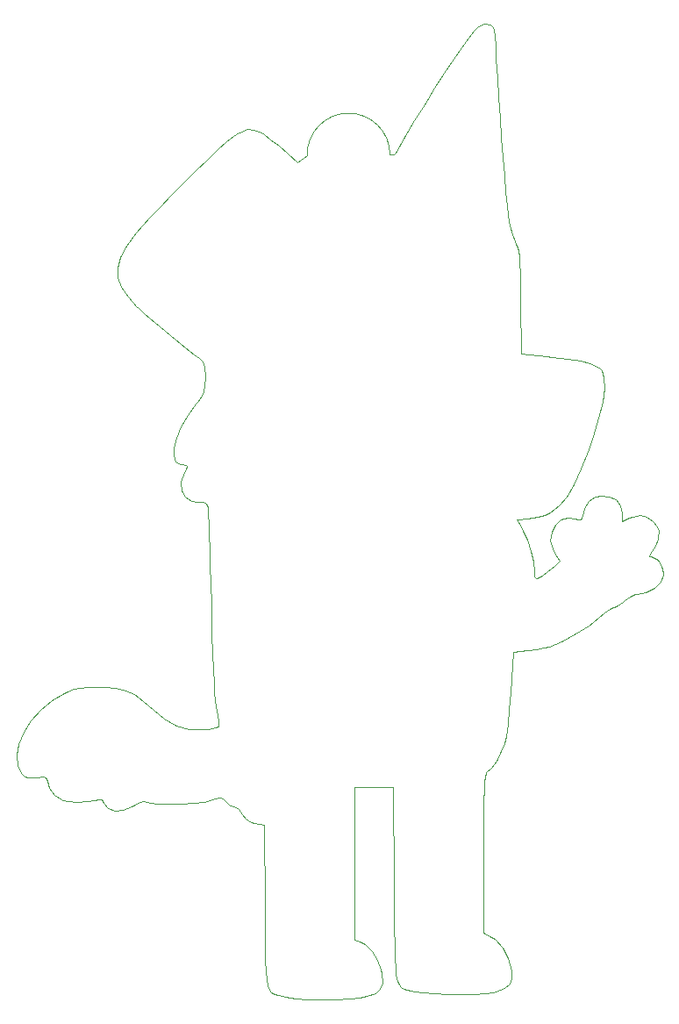
<source format=gbr>
%TF.GenerationSoftware,KiCad,Pcbnew,5.1.6-c6e7f7d~87~ubuntu20.04.1*%
%TF.CreationDate,2020-08-29T22:02:19+08:00*%
%TF.ProjectId,Bluey_Board,426c7565-795f-4426-9f61-72642e6b6963,rev?*%
%TF.SameCoordinates,Original*%
%TF.FileFunction,Profile,NP*%
%FSLAX46Y46*%
G04 Gerber Fmt 4.6, Leading zero omitted, Abs format (unit mm)*
G04 Created by KiCad (PCBNEW 5.1.6-c6e7f7d~87~ubuntu20.04.1) date 2020-08-29 22:02:19*
%MOMM*%
%LPD*%
G01*
G04 APERTURE LIST*
%TA.AperFunction,Profile*%
%ADD10C,0.010000*%
%TD*%
G04 APERTURE END LIST*
D10*
X2550000Y35400000D02*
X2200000Y35400000D01*
X2730069Y35629155D02*
X2550000Y35400000D01*
X-5800000Y35300000D02*
X-6733876Y34653732D01*
X-5798806Y35302271D02*
G75*
G02*
X2200000Y35400000I3998806J97729D01*
G01*
X-33874220Y-22530080D02*
X-33777700Y-23500760D01*
X-33777700Y-23500760D02*
X-33408065Y-24232594D01*
X-33408065Y-24232594D02*
X-33086504Y-24582740D01*
X-33086504Y-24582740D02*
X-32748465Y-24730279D01*
X-32748465Y-24730279D02*
X-32227862Y-24726982D01*
X-32227862Y-24726982D02*
X-31926398Y-24694445D01*
X-31926398Y-24694445D02*
X-31314548Y-24637269D01*
X-31314548Y-24637269D02*
X-31012695Y-24682125D01*
X-31012695Y-24682125D02*
X-30912190Y-24868251D01*
X-30912190Y-24868251D02*
X-30903333Y-25063927D01*
X-30903333Y-25063927D02*
X-30716476Y-25716641D01*
X-30716476Y-25716641D02*
X-30226592Y-26348279D01*
X-30226592Y-26348279D02*
X-29539717Y-26828766D01*
X-29539717Y-26828766D02*
X-29421476Y-26881746D01*
X-29421476Y-26881746D02*
X-28813332Y-27011951D01*
X-28813332Y-27011951D02*
X-27968629Y-27048752D01*
X-27968629Y-27048752D02*
X-27062428Y-26997641D01*
X-27062428Y-26997641D02*
X-26269788Y-26864110D01*
X-26269788Y-26864110D02*
X-25985025Y-26773944D01*
X-25985025Y-26773944D02*
X-25660739Y-26776332D01*
X-25660739Y-26776332D02*
X-25422880Y-27139638D01*
X-25422880Y-27139638D02*
X-25410429Y-27171738D01*
X-25410429Y-27171738D02*
X-25020583Y-27670476D01*
X-25020583Y-27670476D02*
X-24391898Y-27897106D01*
X-24391898Y-27897106D02*
X-23613115Y-27847664D01*
X-23613115Y-27847664D02*
X-22772976Y-27518187D01*
X-22772976Y-27518187D02*
X-22436066Y-27304572D01*
X-22436066Y-27304572D02*
X-22011247Y-27065356D01*
X-22011247Y-27065356D02*
X-21567908Y-27015819D01*
X-21567908Y-27015819D02*
X-20941489Y-27126300D01*
X-20941489Y-27126300D02*
X-20161903Y-27229407D01*
X-20161903Y-27229407D02*
X-19118542Y-27263996D01*
X-19118542Y-27263996D02*
X-17945364Y-27236722D01*
X-17945364Y-27236722D02*
X-16776324Y-27154239D01*
X-16776324Y-27154239D02*
X-15745380Y-27023200D01*
X-15745380Y-27023200D02*
X-14986488Y-26850260D01*
X-14986488Y-26850260D02*
X-14920674Y-26827233D01*
X-14920674Y-26827233D02*
X-14376728Y-26645366D01*
X-14376728Y-26645366D02*
X-14064502Y-26644603D01*
X-14064502Y-26644603D02*
X-13822322Y-26849674D01*
X-13822322Y-26849674D02*
X-13693709Y-27014915D01*
X-13693709Y-27014915D02*
X-13267402Y-27383557D01*
X-13267402Y-27383557D02*
X-12848869Y-27521247D01*
X-12848869Y-27521247D02*
X-12391128Y-27718048D01*
X-12391128Y-27718048D02*
X-12065000Y-28209164D01*
X-12065000Y-28209164D02*
X-11742147Y-28700885D01*
X-11742147Y-28700885D02*
X-11255097Y-28981598D01*
X-11255097Y-28981598D02*
X-10855251Y-29090372D01*
X-10855251Y-29090372D02*
X-9963002Y-29288245D01*
X-9963002Y-29288245D02*
X-9902751Y-37073449D01*
X-9902751Y-37073449D02*
X-9887826Y-39172445D01*
X-9887826Y-39172445D02*
X-9872532Y-40888655D01*
X-9872532Y-40888655D02*
X-9847601Y-42262532D01*
X-9847601Y-42262532D02*
X-9803768Y-43334528D01*
X-9803768Y-43334528D02*
X-9731765Y-44145098D01*
X-9731765Y-44145098D02*
X-9622323Y-44734694D01*
X-9622323Y-44734694D02*
X-9466178Y-45143770D01*
X-9466178Y-45143770D02*
X-9254060Y-45412778D01*
X-9254060Y-45412778D02*
X-8976703Y-45582172D01*
X-8976703Y-45582172D02*
X-8624840Y-45692406D01*
X-8624840Y-45692406D02*
X-8189203Y-45783932D01*
X-8189203Y-45783932D02*
X-7893416Y-45844618D01*
X-7893416Y-45844618D02*
X-6940102Y-45988821D01*
X-6940102Y-45988821D02*
X-5738146Y-46081948D01*
X-5738146Y-46081948D02*
X-4401023Y-46124430D01*
X-4401023Y-46124430D02*
X-3042211Y-46116698D01*
X-3042211Y-46116698D02*
X-1775188Y-46059180D01*
X-1775188Y-46059180D02*
X-713429Y-45952309D01*
X-713429Y-45952309D02*
X-28849Y-45814791D01*
X-28849Y-45814791D02*
X784366Y-45495917D01*
X784366Y-45495917D02*
X1257495Y-45076644D01*
X1257495Y-45076644D02*
X1433281Y-44474314D01*
X1433281Y-44474314D02*
X1354470Y-43606271D01*
X1354470Y-43606271D02*
X1285618Y-43272946D01*
X1285618Y-43272946D02*
X943028Y-42286869D01*
X943028Y-42286869D02*
X420345Y-41425083D01*
X420345Y-41425083D02*
X-205270Y-40791610D01*
X-205270Y-40791610D02*
X-764417Y-40509334D01*
X-764417Y-40509334D02*
X-1270000Y-40382440D01*
X-1270000Y-40382440D02*
X-1270000Y-25611667D01*
X-1270000Y-25611667D02*
X2527326Y-25611667D01*
X2527326Y-25611667D02*
X2586580Y-35048022D01*
X2586580Y-35048022D02*
X2598878Y-37346615D01*
X2598878Y-37346615D02*
X2609215Y-39258870D01*
X2609215Y-39258870D02*
X2624926Y-40821681D01*
X2624926Y-40821681D02*
X2653348Y-42071941D01*
X2653348Y-42071941D02*
X2701816Y-43046545D01*
X2701816Y-43046545D02*
X2777664Y-43782384D01*
X2777664Y-43782384D02*
X2888229Y-44316354D01*
X2888229Y-44316354D02*
X3040846Y-44685348D01*
X3040846Y-44685348D02*
X3242851Y-44926258D01*
X3242851Y-44926258D02*
X3501578Y-45075979D01*
X3501578Y-45075979D02*
X3824365Y-45171405D01*
X3824365Y-45171405D02*
X4218545Y-45249428D01*
X4218545Y-45249428D02*
X4631586Y-45333277D01*
X4631586Y-45333277D02*
X5420422Y-45452940D01*
X5420422Y-45452940D02*
X6484060Y-45535778D01*
X6484060Y-45535778D02*
X7714907Y-45581762D01*
X7714907Y-45581762D02*
X9005370Y-45590861D01*
X9005370Y-45590861D02*
X10247857Y-45563045D01*
X10247857Y-45563045D02*
X11334775Y-45498284D01*
X11334775Y-45498284D02*
X12158533Y-45396549D01*
X12158533Y-45396549D02*
X12425891Y-45335452D01*
X12425891Y-45335452D02*
X13260476Y-45020350D01*
X13260476Y-45020350D02*
X13737706Y-44624037D01*
X13737706Y-44624037D02*
X13923480Y-44057064D01*
X13923480Y-44057064D02*
X13897290Y-43338199D01*
X13897290Y-43338199D02*
X13603411Y-42129927D01*
X13603411Y-42129927D02*
X13059462Y-41087485D01*
X13059462Y-41087485D02*
X12325330Y-40313248D01*
X12325330Y-40313248D02*
X12009284Y-40110833D01*
X12009284Y-40110833D02*
X11219477Y-39687500D01*
X11219477Y-39687500D02*
X11218905Y-32025101D01*
X11218905Y-32025101D02*
X11221677Y-29936810D01*
X11221677Y-29936810D02*
X11231168Y-28236337D01*
X11231168Y-28236337D02*
X11248626Y-26888204D01*
X11248626Y-26888204D02*
X11275301Y-25856932D01*
X11275301Y-25856932D02*
X11312442Y-25107041D01*
X11312442Y-25107041D02*
X11361297Y-24603053D01*
X11361297Y-24603053D02*
X11423115Y-24309488D01*
X11423115Y-24309488D02*
X11494587Y-24193434D01*
X11494587Y-24193434D02*
X11957002Y-23757201D01*
X11957002Y-23757201D02*
X12458964Y-23044109D01*
X12458964Y-23044109D02*
X12919957Y-22183250D01*
X12919957Y-22183250D02*
X13222076Y-21423705D01*
X13222076Y-21423705D02*
X13394354Y-20681763D01*
X13394354Y-20681763D02*
X13557755Y-19562493D01*
X13557755Y-19562493D02*
X13706651Y-18111889D01*
X13706651Y-18111889D02*
X13830767Y-16449539D01*
X13830767Y-16449539D02*
X14075833Y-12594167D01*
X14075833Y-12594167D02*
X15415015Y-12446464D01*
X15415015Y-12446464D02*
X16274355Y-12325053D01*
X16274355Y-12325053D02*
X17089281Y-12166447D01*
X17089281Y-12166447D02*
X17531682Y-12050357D01*
X17531682Y-12050357D02*
X18765201Y-11551487D01*
X18765201Y-11551487D02*
X20107928Y-10838178D01*
X20107928Y-10838178D02*
X21386156Y-10010905D01*
X21386156Y-10010905D02*
X22280563Y-9303549D01*
X22280563Y-9303549D02*
X22895567Y-8792804D01*
X22895567Y-8792804D02*
X23424869Y-8419666D01*
X23424869Y-8419666D02*
X23763940Y-8256934D01*
X23763940Y-8256934D02*
X23786139Y-8255000D01*
X23786139Y-8255000D02*
X24136734Y-8123024D01*
X24136734Y-8123024D02*
X24631787Y-7790805D01*
X24631787Y-7790805D02*
X24838494Y-7620000D01*
X24838494Y-7620000D02*
X25373865Y-7230617D01*
X25373865Y-7230617D02*
X25860037Y-7006439D01*
X25860037Y-7006439D02*
X25996247Y-6985000D01*
X25996247Y-6985000D02*
X26897951Y-6829782D01*
X26897951Y-6829782D02*
X27690803Y-6415409D01*
X27690803Y-6415409D02*
X28277937Y-5818799D01*
X28277937Y-5818799D02*
X28562488Y-5116870D01*
X28562488Y-5116870D02*
X28575000Y-4937270D01*
X28575000Y-4937270D02*
X28427935Y-4266920D01*
X28427935Y-4266920D02*
X28054115Y-3714443D01*
X28054115Y-3714443D02*
X27554602Y-3410314D01*
X27554602Y-3410314D02*
X27373937Y-3386667D01*
X27373937Y-3386667D02*
X27177349Y-3339479D01*
X27177349Y-3339479D02*
X27261718Y-3144443D01*
X27261718Y-3144443D02*
X27497121Y-2878305D01*
X27497121Y-2878305D02*
X27841252Y-2327888D01*
X27841252Y-2327888D02*
X28070114Y-1631417D01*
X28070114Y-1631417D02*
X28089684Y-1512689D01*
X28089684Y-1512689D02*
X28122299Y-911978D01*
X28122299Y-911978D02*
X27967126Y-478833D01*
X27967126Y-478833D02*
X27559448Y-10217D01*
X27559448Y-10217D02*
X26961474Y462203D01*
X26961474Y462203D02*
X26359679Y611330D01*
X26359679Y611330D02*
X25620095Y457125D01*
X25620095Y457125D02*
X25287368Y328301D01*
X25287368Y328301D02*
X24553333Y21601D01*
X24553333Y21601D02*
X24553333Y761255D01*
X24553333Y761255D02*
X24391062Y1555069D01*
X24391062Y1555069D02*
X23963414Y2114610D01*
X23963414Y2114610D02*
X23359139Y2437567D01*
X23359139Y2437567D02*
X22666986Y2521629D01*
X22666986Y2521629D02*
X21975705Y2364485D01*
X21975705Y2364485D02*
X21374045Y1963823D01*
X21374045Y1963823D02*
X20950755Y1317332D01*
X20950755Y1317332D02*
X20826478Y858314D01*
X20826478Y858314D02*
X20722565Y345085D01*
X20722565Y345085D02*
X20566530Y162998D01*
X20566530Y162998D02*
X20252109Y223339D01*
X20252109Y223339D02*
X20122922Y270952D01*
X20122922Y270952D02*
X19335021Y386155D01*
X19335021Y386155D02*
X18652602Y159576D01*
X18652602Y159576D02*
X18119597Y-331731D01*
X18119597Y-331731D02*
X17779941Y-1010714D01*
X17779941Y-1010714D02*
X17677568Y-1800318D01*
X17677568Y-1800318D02*
X17856411Y-2623491D01*
X17856411Y-2623491D02*
X18163238Y-3166037D01*
X18163238Y-3166037D02*
X18599808Y-3756530D01*
X18599808Y-3756530D02*
X18031154Y-4279970D01*
X18031154Y-4279970D02*
X17428274Y-4790396D01*
X17428274Y-4790396D02*
X16845135Y-5211405D01*
X16845135Y-5211405D02*
X16396193Y-5464330D01*
X16396193Y-5464330D02*
X16251236Y-5503333D01*
X16251236Y-5503333D02*
X16147024Y-5315772D01*
X16147024Y-5315772D02*
X16090197Y-4848675D01*
X16090197Y-4848675D02*
X16086667Y-4678962D01*
X16086667Y-4678962D02*
X15995561Y-3863565D01*
X15995561Y-3863565D02*
X15755940Y-2843154D01*
X15755940Y-2843154D02*
X15418342Y-1786332D01*
X15418342Y-1786332D02*
X15033310Y-861697D01*
X15033310Y-861697D02*
X14830269Y-487708D01*
X14830269Y-487708D02*
X14413492Y188751D01*
X14413492Y188751D02*
X15408829Y319660D01*
X15408829Y319660D02*
X16417828Y467793D01*
X16417828Y467793D02*
X17123896Y628648D01*
X17123896Y628648D02*
X17645944Y850431D01*
X17645944Y850431D02*
X18102885Y1181348D01*
X18102885Y1181348D02*
X18529035Y1584562D01*
X18529035Y1584562D02*
X19232925Y2438892D01*
X19232925Y2438892D02*
X19928319Y3596631D01*
X19928319Y3596631D02*
X20631218Y5090317D01*
X20631218Y5090317D02*
X21357629Y6952491D01*
X21357629Y6952491D02*
X21809677Y8255000D01*
X21809677Y8255000D02*
X22337681Y10007916D01*
X22337681Y10007916D02*
X22687051Y11556372D01*
X22687051Y11556372D02*
X22853749Y12861538D01*
X22853749Y12861538D02*
X22833735Y13884588D01*
X22833735Y13884588D02*
X22622969Y14586692D01*
X22622969Y14586692D02*
X22487078Y14766255D01*
X22487078Y14766255D02*
X22089541Y15044082D01*
X22089541Y15044082D02*
X21466956Y15283341D01*
X21466956Y15283341D02*
X20572543Y15494526D01*
X20572543Y15494526D02*
X19359520Y15688127D01*
X19359520Y15688127D02*
X17781107Y15874638D01*
X17781107Y15874638D02*
X17347028Y15919080D01*
X17347028Y15919080D02*
X14843648Y16169376D01*
X14843648Y16169376D02*
X14777240Y21155105D01*
X14777240Y21155105D02*
X14753717Y22749775D01*
X14753717Y22749775D02*
X14727388Y23981110D01*
X14727388Y23981110D02*
X14692831Y24909101D01*
X14692831Y24909101D02*
X14644626Y25593738D01*
X14644626Y25593738D02*
X14577353Y26095011D01*
X14577353Y26095011D02*
X14485593Y26472912D01*
X14485593Y26472912D02*
X14363924Y26787430D01*
X14363924Y26787430D02*
X14247060Y27022998D01*
X14247060Y27022998D02*
X13988859Y27678947D01*
X13988859Y27678947D02*
X13748017Y28570437D01*
X13748017Y28570437D02*
X13574439Y29510931D01*
X13574439Y29510931D02*
X13567493Y29562998D01*
X13567493Y29562998D02*
X13460956Y30501736D01*
X13460956Y30501736D02*
X13337486Y31790898D01*
X13337486Y31790898D02*
X13202549Y33358168D01*
X13202549Y33358168D02*
X13061616Y35131228D01*
X13061616Y35131228D02*
X12920154Y37037764D01*
X12920154Y37037764D02*
X12783631Y39005458D01*
X12783631Y39005458D02*
X12657518Y40961994D01*
X12657518Y40961994D02*
X12547281Y42835056D01*
X12547281Y42835056D02*
X12505780Y43603333D01*
X12505780Y43603333D02*
X12434307Y44835097D01*
X12434307Y44835097D02*
X12357227Y45937042D01*
X12357227Y45937042D02*
X12280962Y46832212D01*
X12280962Y46832212D02*
X12211932Y47443652D01*
X12211932Y47443652D02*
X12165800Y47677917D01*
X12165800Y47677917D02*
X11849451Y47980581D01*
X11849451Y47980581D02*
X11328308Y48017922D01*
X11328308Y48017922D02*
X10730827Y47785678D01*
X10730827Y47785678D02*
X10644060Y47728377D01*
X10644060Y47728377D02*
X10299057Y47381704D01*
X10299057Y47381704D02*
X9773320Y46715932D01*
X9773320Y46715932D02*
X9097425Y45778785D01*
X9097425Y45778785D02*
X8301948Y44617989D01*
X8301948Y44617989D02*
X7417463Y43281267D01*
X7417463Y43281267D02*
X6474547Y41816346D01*
X6474547Y41816346D02*
X5503774Y40270949D01*
X5503774Y40270949D02*
X4535719Y38692802D01*
X4535719Y38692802D02*
X3600959Y37129629D01*
X3600959Y37129629D02*
X2730069Y35629155D01*
X-6733876Y34653732D02*
X-7661352Y35470129D01*
X-7661352Y35470129D02*
X-8559267Y36233669D01*
X-8559267Y36233669D02*
X-9352096Y36878595D01*
X-9352096Y36878595D02*
X-9964316Y37339150D01*
X-9964316Y37339150D02*
X-10230655Y37509045D01*
X-10230655Y37509045D02*
X-10948302Y37811448D01*
X-10948302Y37811448D02*
X-11585926Y37834423D01*
X-11585926Y37834423D02*
X-12332082Y37579551D01*
X-12332082Y37579551D02*
X-12443701Y37527605D01*
X-12443701Y37527605D02*
X-12884924Y37235617D01*
X-12884924Y37235617D02*
X-13567305Y36679252D01*
X-13567305Y36679252D02*
X-14443477Y35903916D01*
X-14443477Y35903916D02*
X-15466076Y34955014D01*
X-15466076Y34955014D02*
X-16587735Y33877953D01*
X-16587735Y33877953D02*
X-17761089Y32718139D01*
X-17761089Y32718139D02*
X-18938773Y31520977D01*
X-18938773Y31520977D02*
X-20073420Y30331875D01*
X-20073420Y30331875D02*
X-21009865Y29315833D01*
X-21009865Y29315833D02*
X-22276247Y27848251D01*
X-22276247Y27848251D02*
X-23210794Y26588158D01*
X-23210794Y26588158D02*
X-23819670Y25488156D01*
X-23819670Y25488156D02*
X-24109036Y24500845D01*
X-24109036Y24500845D02*
X-24085057Y23578826D01*
X-24085057Y23578826D02*
X-23753895Y22674699D01*
X-23753895Y22674699D02*
X-23121713Y21741066D01*
X-23121713Y21741066D02*
X-22194675Y20730527D01*
X-22194675Y20730527D02*
X-22133976Y20670514D01*
X-22133976Y20670514D02*
X-21445626Y20025396D01*
X-21445626Y20025396D02*
X-20556230Y19238532D01*
X-20556230Y19238532D02*
X-19553790Y18382993D01*
X-19553790Y18382993D02*
X-18526308Y17531850D01*
X-18526308Y17531850D02*
X-17561787Y16758174D01*
X-17561787Y16758174D02*
X-16748229Y16135034D01*
X-16748229Y16135034D02*
X-16245417Y15781085D01*
X-16245417Y15781085D02*
X-15936693Y15547686D01*
X-15936693Y15547686D02*
X-15761992Y15272332D01*
X-15761992Y15272332D02*
X-15683555Y14835554D01*
X-15683555Y14835554D02*
X-15663623Y14117887D01*
X-15663623Y14117887D02*
X-15663333Y13939430D01*
X-15663333Y13939430D02*
X-15679983Y13137407D01*
X-15679983Y13137407D02*
X-15768611Y12586748D01*
X-15768611Y12586748D02*
X-15987243Y12115715D01*
X-15987243Y12115715D02*
X-16393899Y11552568D01*
X-16393899Y11552568D02*
X-16526900Y11383386D01*
X-16526900Y11383386D02*
X-17328207Y10254633D01*
X-17328207Y10254633D02*
X-17958279Y9136898D01*
X-17958279Y9136898D02*
X-18405079Y8082074D01*
X-18405079Y8082074D02*
X-18656567Y7142050D01*
X-18656567Y7142050D02*
X-18700706Y6368718D01*
X-18700706Y6368718D02*
X-18525455Y5813968D01*
X-18525455Y5813968D02*
X-18118777Y5529691D01*
X-18118777Y5529691D02*
X-17891072Y5503333D01*
X-17891072Y5503333D02*
X-17505293Y5487880D01*
X-17505293Y5487880D02*
X-17389883Y5369725D01*
X-17389883Y5369725D02*
X-17514306Y5041180D01*
X-17514306Y5041180D02*
X-17672863Y4733778D01*
X-17672863Y4733778D02*
X-17981210Y3820963D01*
X-17981210Y3820963D02*
X-17941950Y3016542D01*
X-17941950Y3016542D02*
X-17587021Y2386870D01*
X-17587021Y2386870D02*
X-16948361Y1998302D01*
X-16948361Y1998302D02*
X-16311303Y1905000D01*
X-16311303Y1905000D02*
X-15787024Y1882637D01*
X-15787024Y1882637D02*
X-15529370Y1737193D01*
X-15529370Y1737193D02*
X-15415493Y1351136D01*
X-15415493Y1351136D02*
X-15371029Y1005417D01*
X-15371029Y1005417D02*
X-15342575Y599198D01*
X-15342575Y599198D02*
X-15306467Y-179295D01*
X-15306467Y-179295D02*
X-15264400Y-1279106D01*
X-15264400Y-1279106D02*
X-15218071Y-2649279D01*
X-15218071Y-2649279D02*
X-15169175Y-4238860D01*
X-15169175Y-4238860D02*
X-15119409Y-5996891D01*
X-15119409Y-5996891D02*
X-15070467Y-7872417D01*
X-15070467Y-7872417D02*
X-15055802Y-8466667D01*
X-15055802Y-8466667D02*
X-14996482Y-10765394D01*
X-14996482Y-10765394D02*
X-14938956Y-12679881D01*
X-14938956Y-12679881D02*
X-14881045Y-14249203D01*
X-14881045Y-14249203D02*
X-14820569Y-15512433D01*
X-14820569Y-15512433D02*
X-14755348Y-16508647D01*
X-14755348Y-16508647D02*
X-14683203Y-17276918D01*
X-14683203Y-17276918D02*
X-14601955Y-17856322D01*
X-14601955Y-17856322D02*
X-14509425Y-18285932D01*
X-14509425Y-18285932D02*
X-14507796Y-18291969D01*
X-14507796Y-18291969D02*
X-14320558Y-19149380D01*
X-14320558Y-19149380D02*
X-14322809Y-19648561D01*
X-14322809Y-19648561D02*
X-14383569Y-19759902D01*
X-14383569Y-19759902D02*
X-14699031Y-19890421D01*
X-14699031Y-19890421D02*
X-15292971Y-20005843D01*
X-15292971Y-20005843D02*
X-15851009Y-20065615D01*
X-15851009Y-20065615D02*
X-17225300Y-20030494D01*
X-17225300Y-20030494D02*
X-18461220Y-19687970D01*
X-18461220Y-19687970D02*
X-19650560Y-19002180D01*
X-19650560Y-19002180D02*
X-20600772Y-18209805D01*
X-20600772Y-18209805D02*
X-21625558Y-17303633D01*
X-21625558Y-17303633D02*
X-22499875Y-16677050D01*
X-22499875Y-16677050D02*
X-23340400Y-16281247D01*
X-23340400Y-16281247D02*
X-24263810Y-16067416D01*
X-24263810Y-16067416D02*
X-25386780Y-15986749D01*
X-25386780Y-15986749D02*
X-25929167Y-15980833D01*
X-25929167Y-15980833D02*
X-26970489Y-15995039D01*
X-26970489Y-15995039D02*
X-27724506Y-16053063D01*
X-27724506Y-16053063D02*
X-28326743Y-16178011D01*
X-28326743Y-16178011D02*
X-28912721Y-16392992D01*
X-28912721Y-16392992D02*
X-29256157Y-16548112D01*
X-29256157Y-16548112D02*
X-30483918Y-17266606D01*
X-30483918Y-17266606D02*
X-31571280Y-18175779D01*
X-31571280Y-18175779D02*
X-32486117Y-19216173D01*
X-32486117Y-19216173D02*
X-33196303Y-20328327D01*
X-33196303Y-20328327D02*
X-33669712Y-21452782D01*
X-33669712Y-21452782D02*
X-33874220Y-22530080D01*
M02*

</source>
